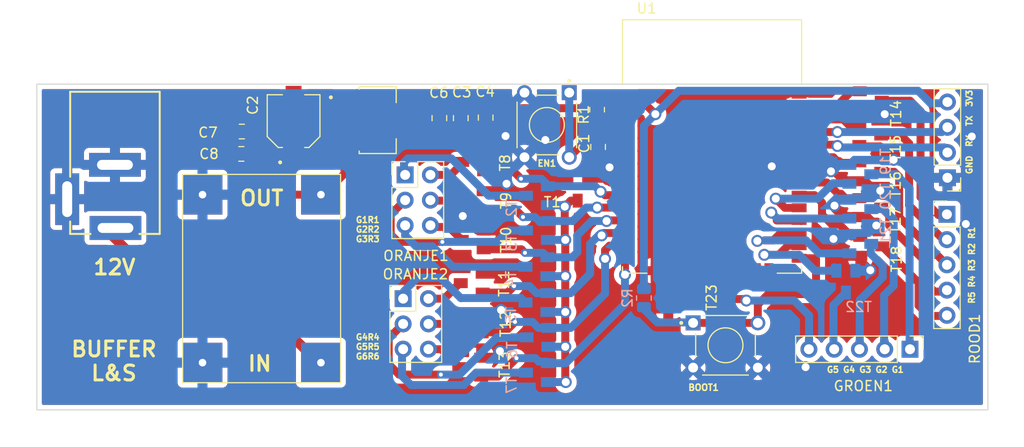
<source format=kicad_pcb>
(kicad_pcb (version 20211014) (generator pcbnew)
  (layers (0 "F.Cu" signal) (31 "B.Cu" signal) (34 "B.Paste" user) (35 "F.Paste" user) (36 "B.SilkS" user "B.Silkscreen") (37 "F.SilkS" user "F.Silkscreen") (38 "B.Mask" user) (39 "F.Mask" user) (44 "Edge.Cuts" user))
  (net 0 "")
  (net 1 "GND")
  (net 2 "r1")
  (net 3 "r2")
  (net 4 "r3")
  (net 5 "r4")
  (net 6 "r5")
  (net 7 "o1g")
  (net 8 "o1r")
  (net 9 "o2g")
  (net 10 "o2r")
  (net 11 "o3g")
  (net 12 "o3r")
  (net 13 "g1")
  (net 14 "g2")
  (net 15 "g3")
  (net 16 "g4")
  (net 17 "Net-(T1-Pad3)")
  (net 18 "Net-(T1-Pad1)")
  (net 19 "Net-(T2-Pad1)")
  (net 20 "Net-(T3-Pad1)")
  (net 21 "Net-(T10-Pad1)")
  (net 22 "Net-(T11-Pad1)")
  (net 23 "Net-(T12-Pad1)")
  (net 24 "Net-(T13-Pad1)")
  (net 25 "Net-(T14-Pad1)")
  (net 26 "Net-(T15-Pad1)")
  (net 27 "Net-(T16-Pad1)")
  (net 28 "Net-(T17-Pad1)")
  (net 29 "Net-(T18-Pad1)")
  (net 30 "Net-(T19-Pad1)")
  (net 31 "Net-(T20-Pad1)")
  (net 32 "Net-(T21-Pad1)")
  (net 33 "Net-(T22-Pad1)")
  (net 34 "Net-(T23-Pad1)")
  (net 48 "+3V3")
  (net 49 "Net-(J1-Pad2)")
  (net 50 "Net-(J1-Pad3)")
  (net 51 "Net-(C7-Pad2)")
  (net 52 "Net-(J2-Pad1)")
  (net 53 "o4g")
  (net 54 "o5g")
  (net 55 "o6g")
  (net 56 "o4r")
  (net 57 "o5r")
  (net 58 "o6r")
  (net 59 "g5")
  (net 60 "Net-(C1-Pad2)")
  (net 61 "Net-(R2-Pad2)")
  (footprint "libraries:CAP_EEE0JA101WR" (layer "F.Cu") (at 114.1 66.7 90)
    (fp_text reference "C2")
    (fp_text value "220u")
  )
  (footprint "libraries:SOT23" (layer "F.Cu") (at 172.05 71.8 -90)
    (fp_text reference "T16")
    (fp_text value "r3")
  )
  (footprint "libraries:GCT_DCJ200-10-A-XX-X_REVA" (layer "F.Cu") (at 96.15 70.9 180)
    (fp_text reference "J2")
    (fp_text value "DCJ200-10-A-XX-X_REVA" hide)
  )
  (footprint "Resistor_SMD:R_0805_2012Metric" (layer "F.Cu") (at 144.6 65.55 -90)
    (fp_text reference "R1")
    (fp_text value "10k")
  )
  (footprint "Connector_PinHeader_2.54mm:PinHeader_1x05_P2.54mm_Vertical" (layer "F.Cu") (at 176.04 89.65 -90)
    (fp_text reference "GROEN1")
    (fp_text value "Groen")
  )
  (footprint "Connector_PinHeader_2.54mm:PinHeader_1x05_P2.54mm_Vertical" (layer "F.Cu") (at 179.75 76.08)
    (fp_text reference "ROOD1")
    (fp_text value "Rood")
  )
  (footprint "libraries:SW_1825910-6-4" (layer "F.Cu") (at 157.5 89.25)
    (fp_text reference "BOOT1")
    (fp_text value "BOOT")
  )
  (footprint "Capacitor_SMD:C_0805_2012Metric" (layer "F.Cu") (at 128.75 66.4 -90)
    (fp_text reference "C6")
    (fp_text value "4.7u")
  )
  (footprint "libraries:SOT23" (layer "F.Cu") (at 132.1 78.65 90)
    (fp_text reference "T10")
    (fp_text value "o3r")
  )
  (footprint "libraries:SOT23" (layer "F.Cu") (at 172.1 64.65 -90)
    (fp_text reference "T14")
    (fp_text value "r1")
  )
  (footprint "libraries:SOT23" (layer "F.Cu") (at 132.15 70.8 90)
    (fp_text reference "T8")
    (fp_text value "o1r")
  )
  (footprint "libraries:SOT23" (layer "F.Cu") (at 142.65 73.6 180)
    (fp_text reference "T1")
    (fp_text value "signaal oranje")
  )
  (footprint "Capacitor_SMD:C_0805_2012Metric" (layer "F.Cu") (at 108.85 70)
    (fp_text reference "C7")
    (fp_text value "0.1u")
  )
  (footprint "libraries:Buck Converter" (layer "F.Cu") (at 110.914 82.449 -90)
    (fp_text reference "PS1" hide)
    (fp_text value "ITX0512SA" hide)
  )
  (footprint "libraries:XCVR_ESP32-WROOM-32E_(16MB)" (layer "F.Cu") (at 156.15 69.25)
    (fp_text reference "U1")
    (fp_text value "ESP32-WROOM-32E_(16MB)")
  )
  (footprint "libraries:SOT23" (layer "F.Cu") (at 152.85 84.6 -90)
    (fp_text reference "T23")
    (fp_text value "g5")
  )
  (footprint "Capacitor_SMD:C_0805_2012Metric" (layer "F.Cu") (at 130.9 66.4 -90)
    (fp_text reference "C3")
    (fp_text value "22u")
  )
  (footprint "libraries:SOT23" (layer "F.Cu") (at 131.85 91.45 90)
    (fp_text reference "T13")
    (fp_text value "06r")
  )
  (footprint "Capacitor_SMD:C_0805_2012Metric" (layer "F.Cu") (at 144.7 69.3 90)
    (fp_text reference "C1")
    (fp_text value "1u")
  )
  (footprint "Capacitor_SMD:C_0805_2012Metric" (layer "F.Cu") (at 133.4 66.35 -90)
    (fp_text reference "C4")
    (fp_text value "0.1u")
  )
  (footprint "Connector_PinHeader_2.54mm:PinHeader_1x04_P2.54mm_Vertical" (layer "F.Cu") (at 179.8 72.4 180)
    (fp_text reference "J1")
    (fp_text value "Conn_01x04_Female")
  )
  (footprint "libraries:SOT23" (layer "F.Cu") (at 172.05 68.15 -90)
    (fp_text reference "T15")
    (fp_text value "r2")
  )
  (footprint "libraries:SW_1825910-6-4" (layer "F.Cu") (at 139.55 67.085 -90)
    (fp_text reference "EN1")
    (fp_text value "ENABLE")
  )
  (footprint "libraries:SOT23" (layer "F.Cu") (at 132 83 90)
    (fp_text reference "T11")
    (fp_text value "o4r")
  )
  (footprint "libraries:SOT229P700X180-4N" (layer "F.Cu") (at 122.55 66.6)
    (fp_text reference "U2")
    (fp_text value "AMS1117")
  )
  (footprint "libraries:SOT23" (layer "F.Cu") (at 172.15 79.3 -90)
    (fp_text reference "T18")
    (fp_text value "r5")
  )
  (footprint "Connector_PinHeader_2.54mm:PinHeader_2x03_P2.54mm_Vertical" (layer "F.Cu") (at 125.11 84.56)
    (fp_text reference "ORANJE2")
    (fp_text value "Oranje2")
  )
  (footprint "libraries:SOT23" (layer "F.Cu") (at 132.1 74.7 90)
    (fp_text reference "T9")
    (fp_text value "o2r")
  )
  (footprint "libraries:SOT23" (layer "F.Cu") (at 131.9 87.1 90)
    (fp_text reference "T12")
    (fp_text value "o5r")
  )
  (footprint "Connector_PinHeader_2.54mm:PinHeader_2x03_P2.54mm_Vertical" (layer "F.Cu") (at 125.31 72.11)
    (fp_text reference "ORANJE1")
    (fp_text value "Oranje1")
  )
  (footprint "Capacitor_SMD:C_0805_2012Metric" (layer "F.Cu") (at 108.9 67.75 180)
    (fp_text reference "C8")
    (fp_text value "4.7u")
  )
  (footprint "libraries:SOT23" (layer "F.Cu") (at 172.05 75.4 -90)
    (fp_text reference "T17")
    (fp_text value "r4")
  )
  (footprint "libraries:SOT23" (layer "B.Cu") (at 171.05 75.55 90)
    (fp_text reference "T20")
    (fp_text value "g2")
  )
  (footprint "libraries:SOT23" (layer "B.Cu") (at 138.5 81.35 -90)
    (fp_text reference "T4")
    (fp_text value "o3g")
  )
  (footprint "libraries:SOT23" (layer "B.Cu") (at 171.05 72.05 90)
    (fp_text reference "T19")
    (fp_text value "g1")
  )
  (footprint "libraries:SOT23" (layer "B.Cu") (at 171.05 79.05 90)
    (fp_text reference "T21")
    (fp_text value "g3")
  )
  (footprint "libraries:SOT23" (layer "B.Cu") (at 138.55 74.2 -90)
    (fp_text reference "T2")
    (fp_text value "o1g")
  )
  (footprint "libraries:SOT23" (layer "B.Cu") (at 138.55 77.7 -90)
    (fp_text reference "T3")
    (fp_text value "o2g")
  )
  (footprint "libraries:SOT23" (layer "B.Cu") (at 138.5 84.95 -90)
    (fp_text reference "T5")
    (fp_text value "o4g")
  )
  (footprint "libraries:SOT23" (layer "B.Cu") (at 138.6 88.45 -90)
    (fp_text reference "T6")
    (fp_text value "o5g")
  )
  (footprint "libraries:SOT23" (layer "B.Cu") (at 138.55 92 -90)
    (fp_text reference "T7")
    (fp_text value "06g")
  )
  (footprint "Resistor_SMD:R_0805_2012Metric" (layer "B.Cu") (at 149.3 84.5 -90)
    (fp_text reference "R2")
    (fp_text value "10k")
  )
  (footprint "libraries:SOT23" (layer "B.Cu") (at 169.6 82.85)
    (fp_text reference "T22")
    (fp_text value "g4")
  )
  (gr_rect (start 88.3 62.98) (end 183.87 95.75) (layer "Edge.Cuts") (width 0.1) (fill none))
  (gr_text "12V" (at 96.1 81.4) (layer "F.SilkS") (effects (font (size 1.5 1.5) (thickness 0.3))))
  (gr_text "G1R1\nG2R2\nG3R3" (at 121.55 77.6) (layer "F.SilkS") (effects (font (size 0.6 0.6))))
  (gr_text "R5 R4 R3 R2 R1" (at 182.25 81.2 90) (layer "F.SilkS") (effects (font (size 0.6 0.6))))
  (gr_text "IN" (at 110.7 91.1) (layer "F.SilkS") (effects (font (size 1.5 1.5) (thickness 0.3))))
  (gr_text "G4R4\nG5R5\nG6R6" (at 121.55 89.4) (layer "F.SilkS") (effects (font (size 0.6 0.6))))
  (gr_text "GND  RX  TX  3V3" (at 182 67.8 90) (layer "F.SilkS") (effects (font (size 0.6 0.6))))
  (gr_text "G5 G4 G3 G2 G1" (at 171.55 91.7) (layer "F.SilkS") (effects (font (size 0.6 0.6))))
  (gr_text "OUT\n" (at 110.9 74.45) (layer "F.SilkS") (effects (font (size 1.5 1.5) (thickness 0.3))))
  (gr_text "BUFFER\nL&S" (at 96.05 90.85) (layer "F.SilkS") (effects (font (size 1.5 1.5) (thickness 0.3))))
  (segment (start 171.6 72.75) (end 172.55 73.7) (width 0.8) (layer "F.Cu") (net 1))
  (segment (start 170.95 72.75) (end 171.6 72.75) (width 0.8) (layer "F.Cu") (net 1))
  (segment (start 170.95 76.35) (end 171.8 76.35) (width 0.8) (layer "F.Cu") (net 1))
  (segment (start 171.05 80.7) (end 172.05 81.7) (width 0.8) (layer "F.Cu") (net 1))
  (segment (start 171.05 80.25) (end 170.05 80.25) (width 0.8) (layer "F.Cu") (net 1))
  (segment (start 170.95 69.1) (end 171.099511 69.249511) (width 0.8) (layer "F.Cu") (net 1))
  (segment (start 133.2 77.7) (end 132.55 77.7) (width 0.8) (layer "F.Cu") (net 1))
  (segment (start 170.05 80.25) (end 168.35 78.55) (width 0.8) (layer "F.Cu") (net 1))
  (segment (start 171 65.6) (end 171.4 66) (width 0.8) (layer "F.Cu") (net 1))
  (segment (start 171.8 76.35) (end 172.65 77.2) (width 0.8) (layer "F.Cu") (net 1))
  (segment (start 132.55 77.7) (end 131.1 76.25) (width 0.8) (layer "F.Cu") (net 1))
  (segment (start 171.099511 69.249511) (end 173.04718 69.249511) (width 0.8) (layer "F.Cu") (net 1))
  (segment (start 172.55 73.7) (end 173.05 73.7) (width 0.8) (layer "F.Cu") (net 1))
  (segment (start 173.04718 69.249511) (end 174.393729 70.59606) (width 0.8) (layer "F.Cu") (net 1))
  (segment (start 171.4 66) (end 173.5 66) (width 0.8) (layer "F.Cu") (net 1))
  (segment (start 171.05 80.25) (end 171.05 80.7) (width 0.8) (layer "F.Cu") (net 1))
  (via (at 145.85 71.35) (size 1.2) (drill 0.8) (layers "F.Cu" "B.Cu") (net 1))
  (via (at 139.4 68.6) (size 1.2) (drill 0.8) (layers "F.Cu" "B.Cu") (net 1))
  (via (at 174.393729 70.59606) (size 1.2) (drill 0.8) (layers "F.Cu" "B.Cu") (net 1))
  (via (at 182.25 68.25) (size 1.2) (drill 0.8) (layers "F.Cu" "B.Cu") (net 1))
  (via (at 173.05 73.7) (size 1.2) (drill 0.8) (layers "F.Cu" "B.Cu") (net 1))
  (via (at 135.4 68.2) (size 1.2) (drill 0.8) (layers "F.Cu" "B.Cu") (net 1))
  (via (at 135.5 73) (size 1.2) (drill 0.8) (layers "F.Cu" "B.Cu") (net 1))
  (via (at 131.1 76.25) (size 1.2) (drill 0.8) (layers "F.Cu" "B.Cu") (net 1))
  (via (at 168.1 71.75) (size 1.2) (drill 0.8) (layers "F.Cu" "B.Cu") (net 1))
  (via (at 172.05 81.7) (size 1.2) (drill 0.8) (layers "F.Cu" "B.Cu") (net 1))
  (via (at 134.95 85.7) (size 1.2) (drill 0.8) (layers "F.Cu" "B.Cu") (net 1))
  (via (at 162.15 71.25) (size 1.2) (drill 0.8) (layers "F.Cu" "B.Cu") (net 1))
  (via (at 134.835107 89.840409) (size 1.2) (drill 0.8) (layers "F.Cu" "B.Cu") (net 1))
  (via (at 173.5 66) (size 1.2) (drill 0.8) (layers "F.Cu" "B.Cu") (net 1))
  (via (at 181.65 77.05) (size 1.2) (drill 0.8) (layers "F.Cu" "B.Cu") (net 1))
  (via (at 172.65 77.2) (size 1.2) (drill 0.8) (layers "F.Cu" "B.Cu") (net 1))
  (via (at 168.45 75.2) (size 1.2) (drill 0.8) (layers "F.Cu" "B.Cu") (net 1))
  (via (at 165.55 91.45) (size 1.2) (drill 0.8) (layers "F.Cu" "B.Cu") (net 1))
  (via (at 168.35 78.55) (size 1.2) (drill 0.8) (layers "F.Cu" "B.Cu") (net 1))
  (segment (start 171.899511 77.950489) (end 172.65 77.2) (width 0.8) (layer "B.Cu") (net 1))
  (segment (start 170.45394 70.59606) (end 174.393729 70.59606) (width 0.8) (layer "B.Cu") (net 1))
  (segment (start 168.35 78.55) (end 169.35 78.55) (width 0.8) (layer "B.Cu") (net 1))
  (segment (start 169.95 78.1) (end 170.099511 77.950489) (width 0.8) (layer "B.Cu") (net 1))
  (segment (start 170.55 81.75) (end 172 81.75) (width 0.8) (layer "B.Cu") (net 1))
  (segment (start 170.099511 74.450489) (end 172.299511 74.450489) (width 0.8) (layer "B.Cu") (net 1))
  (segment (start 169.95 74.6) (end 170.099511 74.450489) (width 0.8) (layer "B.Cu") (net 1))
  (segment (start 169.05 71) (end 170 71) (width 0.8) (layer "B.Cu") (net 1))
  (segment (start 168.3 71.75) (end 169.05 71) (width 0.8) (layer "B.Cu") (net 1))
  (segment (start 169.35 78.55) (end 169.9 78) (width 0.8) (layer "B.Cu") (net 1))
  (segment (start 170.099511 77.950489) (end 171.899511 77.950489) (width 0.8) (layer "B.Cu") (net 1))
  (segment (start 172.299511 74.450489) (end 173.05 73.7) (width 0.8) (layer "B.Cu") (net 1))
  (segment (start 172 81.75) (end 172.05 81.7) (width 0.8) (layer "B.Cu") (net 1))
  (segment (start 169.95 71.1) (end 170.45394 70.59606) (width 0.8) (layer "B.Cu") (net 1))
  (segment (start 177.1 65.699103) (end 177.1 74.35) (width 0.8) (layer "F.Cu") (net 2))
  (segment (start 176.050897 64.65) (end 177.1 65.699103) (width 0.8) (layer "F.Cu") (net 2))
  (segment (start 177.1 74.35) (end 178.9 76.15) (width 0.8) (layer "F.Cu") (net 2))
  (segment (start 178.9 76.15) (end 179.7 76.15) (width 0.8) (layer "F.Cu") (net 2))
  (segment (start 173.2 64.65) (end 176.050897 64.65) (width 0.8) (layer "F.Cu") (net 2))
  (segment (start 175.95 75.179022) (end 175.95 68.95) (width 0.8) (layer "F.Cu") (net 3))
  (segment (start 175.15 68.15) (end 173.15 68.15) (width 0.8) (layer "F.Cu") (net 3))
  (segment (start 179.390978 78.62) (end 175.95 75.179022) (width 0.8) (layer "F.Cu") (net 3))
  (segment (start 175.95 68.95) (end 175.15 68.15) (width 0.8) (layer "F.Cu") (net 3))
  (segment (start 179.75 78.62) (end 179.390978 78.62) (width 0.8) (layer "F.Cu") (net 3))
  (segment (start 173.15 71.8) (end 174.45 71.8) (width 0.8) (layer "F.Cu") (net 4))
  (segment (start 174.45 71.8) (end 174.95048 72.30048) (width 0.8) (layer "F.Cu") (net 4))
  (segment (start 174.95048 75.34952) (end 174.95 75.35) (width 0.8) (layer "F.Cu") (net 4))
  (segment (start 179.75 81.16) (end 174.95 76.36) (width 0.8) (layer "F.Cu") (net 4))
  (segment (start 174.95 76.36) (end 174.95 75.35) (width 0.8) (layer "F.Cu") (net 4))
  (segment (start 174.95048 72.30048) (end 174.95048 75.34952) (width 0.8) (layer "F.Cu") (net 4))
  (segment (start 177.9 83.25) (end 178.5 83.85) (width 0.8) (layer "F.Cu") (net 5))
  (segment (start 179.65 83.85) (end 179.75 83.75) (width 0.8) (layer "F.Cu") (net 5))
  (segment (start 178.5 83.85) (end 179.65 83.85) (width 0.8) (layer "F.Cu") (net 5))
  (segment (start 173.95 77.2) (end 177.9 81.15) (width 0.8) (layer "F.Cu") (net 5))
  (segment (start 173.15 75.4) (end 173.95 76.2) (width 0.8) (layer "F.Cu") (net 5))
  (segment (start 177.9 81.15) (end 177.9 83.25) (width 0.8) (layer "F.Cu") (net 5))
  (segment (start 173.95 76.2) (end 173.95 77.2) (width 0.8) (layer "F.Cu") (net 5))
  (segment (start 173.15 75.4) (end 173.25 75.4) (width 0.8) (layer "F.Cu") (net 5))
  (segment (start 173.25 79.3) (end 176.9 82.95) (width 0.8) (layer "F.Cu") (net 6))
  (segment (start 176.9 82.95) (end 176.9 85.25) (width 0.8) (layer "F.Cu") (net 6))
  (segment (start 177.95 86.3) (end 179.7 86.3) (width 0.8) (layer "F.Cu") (net 6))
  (segment (start 176.9 85.25) (end 177.95 86.3) (width 0.8) (layer "F.Cu") (net 6))
  (segment (start 125.6 70.45) (end 125.2 70.85) (width 0.8) (layer "B.Cu") (net 7))
  (segment (start 125.2 70.85) (end 125.2 72.2) (width 0.8) (layer "B.Cu") (net 7))
  (segment (start 133.7 74.2) (end 129.95 70.45) (width 0.8) (layer "B.Cu") (net 7))
  (segment (start 137.45 74.2) (end 133.7 74.2) (width 0.8) (layer "B.Cu") (net 7))
  (segment (start 129.95 70.45) (end 125.6 70.45) (width 0.8) (layer "B.Cu") (net 7))
  (segment (start 127.85 72.11) (end 129.89 72.11) (width 0.8) (layer "F.Cu") (net 8))
  (segment (start 129.89 72.11) (end 131.1 70.9) (width 0.8) (layer "F.Cu") (net 8))
  (segment (start 125.31 74.65) (end 123.860489 76.099511) (width 0.8) (layer "F.Cu") (net 9))
  (segment (start 123.860489 78.110489) (end 124.6 78.85) (width 0.8) (layer "F.Cu") (net 9))
  (segment (start 124.6 78.85) (end 129.05 78.85) (width 0.8) (layer "F.Cu") (net 9))
  (segment (start 123.860489 76.099511) (end 123.860489 78.110489) (width 0.8) (layer "F.Cu") (net 9))
  (via (at 129.05 78.85) (size 0.8) (drill 0.4) (layers "F.Cu" "B.Cu") (net 9))
  (segment (start 135.7 77.7) (end 134.55 78.85) (width 0.8) (layer "B.Cu") (net 9))
  (segment (start 137.45 77.7) (end 135.7 77.7) (width 0.8) (layer "B.Cu") (net 9))
  (segment (start 134.55 78.85) (end 129.05 78.85) (width 0.8) (layer "B.Cu") (net 9))
  (segment (start 130.95 74.7) (end 127.65 74.7) (width 0.8) (layer "F.Cu") (net 10))
  (segment (start 127.65 74.7) (end 127.65 74.65) (width 0.8) (layer "F.Cu") (net 10))
  (segment (start 125.31 78.21) (end 126.4 79.3) (width 0.8) (layer "B.Cu") (net 11))
  (segment (start 125.31 77.19) (end 125.31 78.21) (width 0.8) (layer "B.Cu") (net 11))
  (segment (start 128.05 79.3) (end 130.1 81.35) (width 0.8) (layer "B.Cu") (net 11))
  (segment (start 130.1 81.35) (end 137.4 81.35) (width 0.8) (layer "B.Cu") (net 11))
  (segment (start 126.4 79.3) (end 128.05 79.3) (width 0.8) (layer "B.Cu") (net 11))
  (segment (start 131 78.65) (end 129.7 77.35) (width 0.8) (layer "F.Cu") (net 12))
  (segment (start 127.95 77.35) (end 127.9 77.4) (width 0.8) (layer "F.Cu") (net 12))
  (segment (start 129.7 77.35) (end 127.95 77.35) (width 0.8) (layer "F.Cu") (net 12))
  (segment (start 176 89.65) (end 176.05 89.7) (width 0.8) (layer "B.Cu") (net 13))
  (segment (start 176.04 88.89) (end 176 88.85) (width 0.8) (layer "B.Cu") (net 13))
  (segment (start 176.04 89.65) (end 176.04 88.89) (width 0.8) (layer "B.Cu") (net 13))
  (segment (start 176 73.45) (end 176 88.85) (width 0.8) (layer "B.Cu") (net 13))
  (segment (start 172.15 72.05) (end 174.6 72.05) (width 0.8) (layer "B.Cu") (net 13))
  (segment (start 176 88.85) (end 176 89.65) (width 0.8) (layer "B.Cu") (net 13))
  (segment (start 174.6 72.05) (end 176 73.45) (width 0.8) (layer "B.Cu") (net 13))
  (segment (start 173.44 88.79) (end 173.44 89.56) (width 0.8) (layer "B.Cu") (net 14))
  (segment (start 173.35 75.55) (end 172.15 75.55) (width 0.8) (layer "B.Cu") (net 14))
  (segment (start 173.5 89.65) (end 173.5 88.85) (width 0.8) (layer "B.Cu") (net 14))
  (segment (start 174.4 83.25) (end 174.4 76.6) (width 0.8) (layer "B.Cu") (net 14))
  (segment (start 173.44 84.21) (end 173.44 88.79) (width 0.8) (layer "B.Cu") (net 14))
  (segment (start 174.4 76.6) (end 173.35 75.55) (width 0.8) (layer "B.Cu") (net 14))
  (segment (start 173.44 84.21) (end 174.4 83.25) (width 0.8) (layer "B.Cu") (net 14))
  (segment (start 173.5 88.85) (end 173.44 88.79) (width 0.8) (layer "B.Cu") (net 14))
  (segment (start 173.44 89.56) (end 173.4 89.6) (width 0.8) (layer "B.Cu") (net 14))
  (segment (start 172.1 80.05) (end 173.3 81.25) (width 0.8) (layer "B.Cu") (net 15))
  (segment (start 170.99 84.71) (end 170.99 88.86) (width 0.8) (layer "B.Cu") (net 15))
  (segment (start 170.99 89.56) (end 170.85 89.7) (width 0.8) (layer "B.Cu") (net 15))
  (segment (start 170.99 88.86) (end 170.99 89.56) (width 0.8) (layer "B.Cu") (net 15))
  (segment (start 170.96 89.65) (end 170.96 88.89) (width 0.8) (layer "B.Cu") (net 15))
  (segment (start 172.1 79.1) (end 172.1 80.05) (width 0.8) (layer "B.Cu") (net 15))
  (segment (start 173.3 82.4) (end 170.99 84.71) (width 0.8) (layer "B.Cu") (net 15))
  (segment (start 170.96 88.89) (end 170.99 88.86) (width 0.8) (layer "B.Cu") (net 15))
  (segment (start 173.3 81.25) (end 173.3 82.4) (width 0.8) (layer "B.Cu") (net 15))
  (segment (start 169.6 83.95) (end 168.35 85.2) (width 0.8) (layer "B.Cu") (net 16))
  (segment (start 168.35 89.45) (end 168.55 89.65) (width 0.8) (layer "B.Cu") (net 16))
  (segment (start 168.35 85.2) (end 168.35 89.45) (width 0.8) (layer "B.Cu") (net 16))
  (segment (start 141.4 78.65) (end 141.4 82.3) (width 0.8) (layer "F.Cu") (net 17))
  (segment (start 141.4 89.4) (end 141.4 92.95) (width 0.8) (layer "F.Cu") (net 17))
  (segment (start 141.4 82.3) (end 141.4 85.9) (width 0.8) (layer "F.Cu") (net 17))
  (segment (start 141.95 74.7) (end 141.35 75.3) (width 0.8) (layer "F.Cu") (net 17))
  (segment (start 141.35 75.3) (end 141.35 78.6) (width 0.8) (layer "F.Cu") (net 17))
  (segment (start 141.4 85.9) (end 141.4 89.75) (width 0.8) (layer "F.Cu") (net 17))
  (segment (start 142.65 74.7) (end 141.95 74.7) (width 0.8) (layer "F.Cu") (net 17))
  (segment (start 141.35 78.6) (end 141.4 78.65) (width 0.8) (layer "F.Cu") (net 17))
  (via (at 141.4 89.4) (size 1.2) (drill 0.8) (layers "F.Cu" "B.Cu") (net 17))
  (via (at 141.4 82.3) (size 1.2) (drill 0.8) (layers "F.Cu" "B.Cu") (net 17))
  (via (at 141.45 92.95) (size 1.2) (drill 0.8) (layers "F.Cu" "B.Cu") (net 17))
  (via (at 141.4 85.9) (size 1.2) (drill 0.8) (layers "F.Cu" "B.Cu") (net 17))
  (via (at 141.4 78.65) (size 1.2) (drill 0.8) (layers "F.Cu" "B.Cu") (net 17))
  (via (at 141.35 75.3) (size 1.2) (drill 0.8) (layers "F.Cu" "B.Cu") (net 17))
  (segment (start 139.6 82.3) (end 141.4 82.3) (width 0.8) (layer "B.Cu") (net 17))
  (segment (start 141.2 75.15) (end 141.35 75.3) (width 0.8) (layer "B.Cu") (net 17))
  (segment (start 139.65 92.95) (end 141.45 92.95) (width 0.8) (layer "B.Cu") (net 17))
  (segment (start 139.65 75.15) (end 141.2 75.15) (width 0.8) (layer "B.Cu") (net 17))
  (segment (start 139.7 89.4) (end 141.4 89.4) (width 0.8) (layer "B.Cu") (net 17))
  (segment (start 139.6 85.9) (end 141.4 85.9) (width 0.8) (layer "B.Cu") (net 17))
  (segment (start 139.65 78.65) (end 141.4 78.65) (width 0.8) (layer "B.Cu") (net 17))
  (segment (start 147.4 72.88) (end 145.93 72.88) (width 0.8) (layer "F.Cu") (net 18))
  (segment (start 143.6 72.5) (end 145.346366 72.5) (width 0.8) (layer "F.Cu") (net 18))
  (segment (start 145.346366 72.5) (end 145.573183 72.726817) (width 0.8) (layer "F.Cu") (net 18))
  (segment (start 133.4 71.75) (end 136.2 71.75) (width 0.8) (layer "F.Cu") (net 19))
  (segment (start 147.4 74.15) (end 145.4 74.15) (width 0.8) (layer "F.Cu") (net 19))
  (segment (start 145.4 74.15) (end 145.35 74.1) (width 0.8) (layer "F.Cu") (net 19))
  (segment (start 136.2 71.75) (end 136.95 72.5) (width 0.8) (layer "F.Cu") (net 19))
  (via (at 144.95 73.8) (size 1.2) (drill 0.8) (layers "F.Cu" "B.Cu") (net 19))
  (via (at 136.95 72.5) (size 0.8) (drill 0.4) (layers "F.Cu" "B.Cu") (net 19))
  (segment (start 136.95 72.5) (end 139 72.5) (width 0.8) (layer "B.Cu") (net 19))
  (segment (start 144.4 73.25) (end 144.95 73.8) (width 0.8) (layer "B.Cu") (net 19))
  (segment (start 139.65 73.25) (end 144.4 73.25) (width 0.8) (layer "B.Cu") (net 19))
  (segment (start 139 72.5) (end 139.65 73.15) (width 0.8) (layer "B.Cu") (net 19))
  (segment (start 133.15 75.65) (end 136.45 75.65) (width 0.8) (layer "F.Cu") (net 20))
  (segment (start 146.57 75.42) (end 146.55 75.4) (width 0.8) (layer "F.Cu") (net 20))
  (segment (start 146.55 75.4) (end 147.45 75.4) (width 0.8) (layer "F.Cu") (net 20))
  (segment (start 136.45 75.65) (end 137.15 76.35) (width 0.8) (layer "F.Cu") (net 20))
  (segment (start 147.4 75.42) (end 146.57 75.42) (width 0.8) (layer "F.Cu") (net 20))
  (segment (start 146.55 75.4) (end 144.6 75.4) (width 0.8) (layer "F.Cu") (net 20))
  (via (at 137.15 76.35) (size 0.8) (drill 0.4) (layers "F.Cu" "B.Cu") (net 20))
  (via (at 144.6 75.4) (size 1.2) (drill 0.8) (layers "F.Cu" "B.Cu") (net 20))
  (segment (start 142.15 76.75) (end 143.5 75.4) (width 0.8) (layer "B.Cu") (net 20))
  (segment (start 138.85 76.85) (end 139.6 76.85) (width 0.8) (layer "B.Cu") (net 20))
  (segment (start 139.65 76.75) (end 142.15 76.75) (width 0.8) (layer "B.Cu") (net 20))
  (segment (start 138.35 76.35) (end 138.85 76.85) (width 0.8) (layer "B.Cu") (net 20))
  (segment (start 143.5 75.4) (end 144.6 75.4) (width 0.8) (layer "B.Cu") (net 20))
  (segment (start 137.15 76.35) (end 138.35 76.35) (width 0.8) (layer "B.Cu") (net 20))
  (segment (start 137 79.6) (end 137.35 79.95) (width 0.8) (layer "F.Cu") (net 21))
  (segment (start 147.4 76.69) (end 145.61 76.69) (width 0.8) (layer "F.Cu") (net 21))
  (segment (start 133.2 79.6) (end 137 79.6) (width 0.8) (layer "F.Cu") (net 21))
  (segment (start 145.61 76.69) (end 145.55 76.75) (width 0.8) (layer "F.Cu") (net 21))
  (via (at 137.35 79.95) (size 0.8) (drill 0.4) (layers "F.Cu" "B.Cu") (net 21))
  (via (at 145.55 76.75) (size 1.2) (drill 0.8) (layers "F.Cu" "B.Cu") (net 21))
  (segment (start 144.05 76.75) (end 145.55 76.75) (width 0.8) (layer "B.Cu") (net 21))
  (segment (start 144.05 76.75) (end 142.599511 78.200489) (width 0.8) (layer "B.Cu") (net 21))
  (segment (start 139.15 79.95) (end 137.35 79.95) (width 0.8) (layer "B.Cu") (net 21))
  (segment (start 142.599511 79.900489) (end 142.1 80.4) (width 0.8) (layer "B.Cu") (net 21))
  (segment (start 139.6 80.4) (end 139.15 79.95) (width 0.8) (layer "B.Cu") (net 21))
  (segment (start 139.6 80.4) (end 142.1 80.4) (width 0.8) (layer "B.Cu") (net 21))
  (segment (start 142.599511 78.200489) (end 142.599511 79.900489) (width 0.8) (layer "B.Cu") (net 21))
  (segment (start 147.4 77.96) (end 145.29 77.96) (width 0.8) (layer "F.Cu") (net 22))
  (segment (start 133 83.95) (end 135.6 83.95) (width 0.8) (layer "F.Cu") (net 22))
  (segment (start 135.6 83.95) (end 136.25 83.3) (width 0.8) (layer "F.Cu") (net 22))
  (segment (start 145.29 77.96) (end 145.05 78.2) (width 0.8) (layer "F.Cu") (net 22))
  (via (at 145.05 78.2) (size 1.2) (drill 0.8) (layers "F.Cu" "B.Cu") (net 22))
  (via (at 136.25 83.3) (size 0.8) (drill 0.4) (layers "F.Cu" "B.Cu") (net 22))
  (segment (start 137.8 83.3) (end 136.25 83.3) (width 0.8) (layer "B.Cu") (net 22))
  (segment (start 139.6 84) (end 141.95 84) (width 0.8) (layer "B.Cu") (net 22))
  (segment (start 138.5 84) (end 137.8 83.3) (width 0.8) (layer "B.Cu") (net 22))
  (segment (start 139.6 84) (end 138.5 84) (width 0.8) (layer "B.Cu") (net 22))
  (segment (start 143.9 79.05) (end 144.75 78.2) (width 0.8) (layer "B.Cu") (net 22))
  (segment (start 141.95 84) (end 143.9 82.05) (width 0.8) (layer "B.Cu") (net 22))
  (segment (start 143.9 82.05) (end 143.9 79.05) (width 0.8) (layer "B.Cu") (net 22))
  (segment (start 144.75 78.2) (end 145.05 78.2) (width 0.8) (layer "B.Cu") (net 22))
  (segment (start 147.4 79.23) (end 145.85 79.23) (width 0.8) (layer "F.Cu") (net 23))
  (segment (start 145.4 79.68) (end 145.4 80.55) (width 0.8) (layer "F.Cu") (net 23))
  (segment (start 136.35 86.9) (end 135.3 87.95) (width 0.8) (layer "F.Cu") (net 23))
  (segment (start 145.85 79.23) (end 145.4 79.68) (width 0.8) (layer "F.Cu") (net 23))
  (segment (start 135.3 87.95) (end 133.05 87.95) (width 0.8) (layer "F.Cu") (net 23))
  (via (at 145.4 80.55) (size 1.2) (drill 0.8) (layers "F.Cu" "B.Cu") (net 23))
  (via (at 136.35 86.9) (size 0.8) (drill 0.4) (layers "F.Cu" "B.Cu") (net 23))
  (segment (start 138.7 87.5) (end 138.1 86.9) (width 0.8) (layer "B.Cu") (net 23))
  (segment (start 145.4 84.05) (end 145.4 80.55) (width 0.8) (layer "B.Cu") (net 23))
  (segment (start 141.95 87.5) (end 145.4 84.05) (width 0.8) (layer "B.Cu") (net 23))
  (segment (start 139.7 87.5) (end 138.7 87.5) (width 0.8) (layer "B.Cu") (net 23))
  (segment (start 138.1 86.9) (end 136.35 86.9) (width 0.8) (layer "B.Cu") (net 23))
  (segment (start 139.7 87.5) (end 141.95 87.5) (width 0.8) (layer "B.Cu") (net 23))
  (segment (start 147.4 80.5) (end 147.4 82.15) (width 0.8) (layer "F.Cu") (net 24))
  (segment (start 132.95 92.4) (end 134.65 92.4) (width 0.8) (layer "F.Cu") (net 24))
  (segment (start 134.65 92.4) (end 136.5 90.55) (width 0.8) (layer "F.Cu") (net 24))
  (via (at 147.4 82.15) (size 1.2) (drill 0.8) (layers "F.Cu" "B.Cu") (net 24))
  (via (at 136.5 90.55) (size 0.8) (drill 0.4) (layers "F.Cu" "B.Cu") (net 24))
  (segment (start 139.500489 90.900489) (end 138.750489 90.900489) (width 0.8) (layer "B.Cu") (net 24))
  (segment (start 138.4 90.55) (end 136.5 90.55) (width 0.8) (layer "B.Cu") (net 24))
  (segment (start 139.65 91.05) (end 141.446366 91.05) (width 0.8) (layer "B.Cu") (net 24))
  (segment (start 139.65 91.05) (end 139.500489 90.900489) (width 0.8) (layer "B.Cu") (net 24))
  (segment (start 147.4 85.096366) (end 147.4 82.15) (width 0.8) (layer "B.Cu") (net 24))
  (segment (start 138.750489 90.900489) (end 138.4 90.55) (width 0.8) (layer "B.Cu") (net 24))
  (segment (start 141.446366 91.05) (end 147.4 85.096366) (width 0.8) (layer "B.Cu") (net 24))
  (segment (start 170.15 63.7) (end 171 63.7) (width 0.8) (layer "F.Cu") (net 25))
  (segment (start 164.9 65.26) (end 168.59 65.26) (width 0.8) (layer "F.Cu") (net 25))
  (segment (start 168.59 65.26) (end 170.15 63.7) (width 0.8) (layer "F.Cu") (net 25))
  (segment (start 169.33 66.53) (end 170 67.2) (width 0.8) (layer "F.Cu") (net 26))
  (segment (start 164.9 66.53) (end 169.33 66.53) (width 0.8) (layer "F.Cu") (net 26))
  (segment (start 170 67.2) (end 170.95 67.2) (width 0.8) (layer "F.Cu") (net 26))
  (segment (start 168.34 70.34) (end 168.726817 70.726817) (width 0.8) (layer "F.Cu") (net 27))
  (segment (start 168.726817 70.726817) (end 168.926817 70.726817) (width 0.8) (layer "F.Cu") (net 27))
  (segment (start 164.9 70.34) (end 168.34 70.34) (width 0.8) (layer "F.Cu") (net 27))
  (segment (start 169.1 70.9) (end 170.4 70.9) (width 0.8) (layer "F.Cu") (net 27))
  (segment (start 168.926817 70.726817) (end 169.1 70.9) (width 0.8) (layer "F.Cu") (net 27))
  (segment (start 168.800489 74.000489) (end 169.093045 74.000489) (width 0.8) (layer "F.Cu") (net 28))
  (segment (start 164.9 72.88) (end 167.68 72.88) (width 0.8) (layer "F.Cu") (net 28))
  (segment (start 169.546278 74.453722) (end 170.846278 74.453722) (width 0.8) (layer "F.Cu") (net 28))
  (segment (start 170.846278 74.453722) (end 170.9 74.4) (width 0.8) (layer "F.Cu") (net 28))
  (segment (start 167.68 72.88) (end 168.800489 74.000489) (width 0.8) (layer "F.Cu") (net 28))
  (segment (start 169.093045 74.000489) (end 169.546278 74.453722) (width 0.8) (layer "F.Cu") (net 28))
  (segment (start 168.95 77.1) (end 170.15 78.3) (width 0.8) (layer "F.Cu") (net 29))
  (segment (start 167.2 76.1) (end 168.2 77.1) (width 0.8) (layer "F.Cu") (net 29))
  (segment (start 167.2 74.9) (end 167.2 76.1) (width 0.8) (layer "F.Cu") (net 29))
  (segment (start 166.45 74.15) (end 167.2 74.9) (width 0.8) (layer "F.Cu") (net 29))
  (segment (start 164.9 74.15) (end 166.45 74.15) (width 0.8) (layer "F.Cu") (net 29))
  (segment (start 168.2 77.1) (end 168.95 77.1) (width 0.8) (layer "F.Cu") (net 29))
  (segment (start 170.15 78.3) (end 171.1 78.3) (width 0.8) (layer "F.Cu") (net 29))
  (segment (start 163.47 75.42) (end 162.55 74.5) (width 0.8) (layer "F.Cu") (net 30))
  (segment (start 164.9 75.42) (end 163.47 75.42) (width 0.8) (layer "F.Cu") (net 30))
  (via (at 162.55 74.5) (size 1.2) (drill 0.8) (layers "F.Cu" "B.Cu") (net 30))
  (segment (start 168.3 72.95) (end 170 72.95) (width 0.8) (layer "B.Cu") (net 30))
  (segment (start 166.75 74.5) (end 168.3 72.95) (width 0.8) (layer "B.Cu") (net 30))
  (segment (start 162.55 74.5) (end 162.55 74.653634) (width 0.8) (layer "B.Cu") (net 30))
  (segment (start 162.55 74.5) (end 166.75 74.5) (width 0.8) (layer "B.Cu") (net 30))
  (segment (start 165.05 76.7) (end 165.1 76.75) (width 0.8) (layer "F.Cu") (net 31))
  (segment (start 162.65 76.7) (end 165.05 76.7) (width 0.8) (layer "F.Cu") (net 31))
  (via (at 162.1 75.9) (size 1.2) (drill 0.8) (layers "F.Cu" "B.Cu") (net 31))
  (segment (start 162.1 75.9) (end 162.7 76.5) (width 0.8) (layer "B.Cu") (net 31))
  (segment (start 162.7 76.5) (end 169.95 76.5) (width 0.8) (layer "B.Cu") (net 31))
  (segment (start 161.4 78.7) (end 162.3 78.7) (width 0.8) (layer "F.Cu") (net 32))
  (segment (start 162.3 78.7) (end 163.04 77.96) (width 0.8) (layer "F.Cu") (net 32))
  (segment (start 164.9 77.96) (end 163.04 77.96) (width 0.8) (layer "F.Cu") (net 32))
  (via (at 160.7 78.75) (size 1.2) (drill 0.8) (layers "F.Cu" "B.Cu") (net 32))
  (segment (start 165.6 78.7) (end 161.4 78.7) (width 0.8) (layer "B.Cu") (net 32))
  (segment (start 166.9 80) (end 165.6 78.7) (width 0.8) (layer "B.Cu") (net 32))
  (segment (start 169.95 80) (end 166.9 80) (width 0.8) (layer "B.Cu") (net 32))
  (segment (start 163.770978 79.23) (end 162.950978 80.05) (width 0.8) (layer "F.Cu") (net 33))
  (segment (start 164.9 79.23) (end 163.770978 79.23) (width 0.8) (layer "F.Cu") (net 33))
  (segment (start 161.4 80.15) (end 162.950978 80.15) (width 0.8) (layer "F.Cu") (net 33))
  (segment (start 162.950978 80.05) (end 162.950978 80.15) (width 0.8) (layer "F.Cu") (net 33))
  (via (at 161.4 80.15) (size 1.2) (drill 0.8) (layers "F.Cu" "B.Cu") (net 33))
  (segment (start 164.9 80.15) (end 161.4 80.15) (width 0.8) (layer "B.Cu") (net 33))
  (segment (start 168.45 81.4) (end 168.5 81.45) (width 0.8) (layer "B.Cu") (net 33))
  (segment (start 168.5 81.45) (end 168.6 81.55) (width 0.8) (layer "B.Cu") (net 33))
  (segment (start 168.65 81.75) (end 166.5 81.75) (width 0.8) (layer "B.Cu") (net 33))
  (segment (start 166.5 81.75) (end 164.9 80.15) (width 0.8) (layer "B.Cu") (net 33))
  (segment (start 151.705 83.355) (end 151.85 83.5) (width 0.8) (layer "F.Cu") (net 34))
  (segment (start 151.705 81.75) (end 151.705 83.355) (width 0.8) (layer "F.Cu") (net 34))
  (segment (start 114.1 68.85) (end 115.9 68.85) (width 0.8) (layer "F.Cu") (net 48))
  (segment (start 125.7 66.35) (end 125.85 66.5) (width 0.8) (layer "F.Cu") (net 48))
  (segment (start 128.9 65.45) (end 128.8 65.55) (width 0.8) (layer "F.Cu") (net 48))
  (segment (start 119.205 66.8) (end 125.95 66.8) (width 1) (layer "F.Cu") (net 48))
  (segment (start 126.95 65.45) (end 125.9 66.5) (width 0.8) (layer "F.Cu") (net 48))
  (segment (start 143 65.4) (end 143.7625 64.6375) (width 0.8) (layer "F.Cu") (net 48))
  (segment (start 130.9 65.45) (end 128.9 65.45) (width 0.8) (layer "F.Cu") (net 48))
  (segment (start 130.9 65.45) (end 133.2 65.45) (width 0.8) (layer "F.Cu") (net 48))
  (segment (start 147.4 65.26) (end 146.16 65.26) (width 0.8) (layer "F.Cu") (net 48))
  (segment (start 115.9 68.85) (end 118 66.75) (width 0.8) (layer "F.Cu") (net 48))
  (segment (start 143.7625 64.6375) (end 144.6 64.6375) (width 0.8) (layer "F.Cu") (net 48))
  (segment (start 128.75 65.45) (end 126.95 65.45) (width 0.8) (layer "F.Cu") (net 48))
  (segment (start 125.95 66.8) (end 126 66.75) (width 1) (layer "F.Cu") (net 48))
  (segment (start 150.45 66) (end 149.6 65.15) (width 0.8) (layer "F.Cu") (net 48))
  (segment (start 118 66.75) (end 119.35 66.75) (width 0.8) (layer "F.Cu") (net 48))
  (segment (start 144.6 64.6375) (end 145.5375 64.6375) (width 0.8) (layer "F.Cu") (net 48))
  (segment (start 149.6 65.15) (end 147.2 65.15) (width 0.8) (layer "F.Cu") (net 48))
  (segment (start 145.5375 64.6375) (end 146.16 65.26) (width 0.8) (layer "F.Cu") (net 48))
  (segment (start 133.4 65.4) (end 143 65.4) (width 0.8) (layer "F.Cu") (net 48))
  (via (at 150.45 66) (size 1.2) (drill 0.8) (layers "F.Cu" "B.Cu") (net 48))
  (segment (start 150.45 66) (end 152.8 63.65) (width 0.8) (layer "B.Cu") (net 48))
  (segment (start 179.65 64.9) (end 179.7 64.85) (width 0.8) (layer "B.Cu") (net 48))
  (segment (start 152.8 63.65) (end 176.85 63.65) (width 0.8) (layer "B.Cu") (net 48))
  (segment (start 149.3 83.5875) (end 149.3 67.15) (width 0.8) (layer "B.Cu") (net 48))
  (segment (start 178.1 64.9) (end 179.65 64.9) (width 0.8) (layer "B.Cu") (net 48))
  (segment (start 149.3 67.15) (end 150.45 66) (width 0.8) (layer "B.Cu") (net 48))
  (segment (start 179.7 64.85) (end 179.85 64.7) (width 0.8) (layer "B.Cu") (net 48))
  (segment (start 176.85 63.65) (end 178.1 64.9) (width 0.8) (layer "B.Cu") (net 48))
  (segment (start 168.47 69.07) (end 168.75 69.35) (width 0.8) (layer "F.Cu") (net 49))
  (segment (start 164.9 69.07) (end 168.47 69.07) (width 0.8) (layer "F.Cu") (net 49))
  (via (at 168.75 69.2) (size 1.2) (drill 0.8) (layers "F.Cu" "B.Cu") (net 49))
  (segment (start 179.5 69.35) (end 179.85 69.7) (width 0.8) (layer "B.Cu") (net 49))
  (segment (start 168.75 69.35) (end 179.5 69.35) (width 0.8) (layer "B.Cu") (net 49))
  (segment (start 164.9 67.8) (end 168.75 67.8) (width 0.8) (layer "F.Cu") (net 50))
  (via (at 168.75 67.8) (size 1.2) (drill 0.8) (layers "F.Cu" "B.Cu") (net 50))
  (segment (start 168.75 67.8) (end 179.25 67.8) (width 0.8) (layer "B.Cu") (net 50))
  (segment (start 179.25 67.8) (end 179.7 67.35) (width 0.8) (layer "B.Cu") (net 50))
  (segment (start 119.21 68.64) (end 119.21 71.99) (width 0.8) (layer "F.Cu") (net 51))
  (segment (start 113.9 74.1) (end 117 74.1) (width 0.8) (layer "F.Cu") (net 51))
  (segment (start 109.85 67.75) (end 109.85 69.8) (width 0.8) (layer "F.Cu") (net 51))
  (segment (start 109.85 69.8) (end 109.9 69.85) (width 0.8) (layer "F.Cu") (net 51))
  (segment (start 119.21 71.99) (end 117.05 74.15) (width 0.8) (layer "F.Cu") (net 51))
  (segment (start 109.8 70) (end 113.9 74.1) (width 0.8) (layer "F.Cu") (net 51))
  (segment (start 115.325 89.725) (end 116.65 91.05) (width 1) (layer "F.Cu") (net 52))
  (segment (start 116.6 91) (end 115.325 89.725) (width 0.8) (layer "F.Cu") (net 52))
  (segment (start 98.2 80.55) (end 106.15 80.55) (width 1) (layer "F.Cu") (net 52))
  (segment (start 106.15 80.55) (end 115.325 89.725) (width 1) (layer "F.Cu") (net 52))
  (segment (start 95.95 78.3) (end 95.95 77.45) (width 1) (layer "F.Cu") (net 52))
  (segment (start 116.85 91) (end 116.6 91) (width 0.8) (layer "F.Cu") (net 52))
  (segment (start 116.65 91.05) (end 116.65 91.1) (width 1) (layer "F.Cu") (net 52))
  (segment (start 98.2 80.55) (end 95.95 78.3) (width 1) (layer "F.Cu") (net 52))
  (segment (start 137.4 84.95) (end 136.950489 84.500489) (width 0.8) (layer "B.Cu") (net 53))
  (segment (start 126.55 82.45) (end 125.2 83.8) (width 0.8) (layer "B.Cu") (net 53))
  (segment (start 130.900489 84.500489) (end 128.85 82.45) (width 0.8) (layer "B.Cu") (net 53))
  (segment (start 128.85 82.45) (end 126.55 82.45) (width 0.8) (layer "B.Cu") (net 53))
  (segment (start 136.950489 84.500489) (end 130.900489 84.500489) (width 0.8) (layer "B.Cu") (net 53))
  (segment (start 123.660489 88.549511) (end 123.660489 91.160489) (width 0.8) (layer "F.Cu") (net 54))
  (segment (start 125.11 87.1) (end 123.660489 88.549511) (width 0.8) (layer "F.Cu") (net 54))
  (segment (start 123.660489 91.160489) (end 124.7 92.2) (width 0.8) (layer "F.Cu") (net 54))
  (segment (start 124.7 92.2) (end 128.9 92.2) (width 0.8) (layer "F.Cu") (net 54))
  (via (at 128.9 92.2) (size 0.8) (drill 0.4) (layers "F.Cu" "B.Cu") (net 54))
  (segment (start 134.52915 88.45) (end 130.77915 92.2) (width 0.8) (layer "B.Cu") (net 54))
  (segment (start 137.5 88.45) (end 134.52915 88.45) (width 0.8) (layer "B.Cu") (net 54))
  (segment (start 130.77915 92.2) (end 128.9 92.2) (width 0.8) (layer "B.Cu") (net 54))
  (segment (start 131.2 93.25) (end 125.9 93.25) (width 0.8) (layer "B.Cu") (net 55))
  (segment (start 137.45 92) (end 132.45 92) (width 0.8) (layer "B.Cu") (net 55))
  (segment (start 125 92.35) (end 125 89.55) (width 0.8) (layer "B.Cu") (net 55))
  (segment (start 125 89.55) (end 125.05 89.55) (width 0.8) (layer "B.Cu") (net 55))
  (segment (start 125.9 93.25) (end 125 92.35) (width 0.8) (layer "B.Cu") (net 55))
  (segment (start 132.45 92) (end 131.2 93.25) (width 0.8) (layer "B.Cu") (net 55))
  (segment (start 129.24 84.56) (end 130.8 83) (width 0.8) (layer "F.Cu") (net 56))
  (segment (start 127.65 84.56) (end 129.24 84.56) (width 0.8) (layer "F.Cu") (net 56))
  (segment (start 127.65 87.1) (end 130.6 87.1) (width 0.8) (layer "F.Cu") (net 57))
  (segment (start 130.6 87.1) (end 130.65 87.05) (width 0.8) (layer "F.Cu") (net 57))
  (segment (start 128.95 89.65) (end 127.7 89.65) (width 0.8) (layer "F.Cu") (net 58))
  (segment (start 130.75 91.45) (end 128.95 89.65) (width 0.8) (layer "F.Cu") (net 58))
  (segment (start 159.45 84.6) (end 159.6 84.75) (width 0.8) (layer "F.Cu") (net 59))
  (segment (start 153.95 84.6) (end 159.45 84.6) (width 0.8) (layer "F.Cu") (net 59))
  (via (at 159.6 84.75) (size 1.2) (drill 0.8) (layers "F.Cu" "B.Cu") (net 59))
  (segment (start 165.88 89.65) (end 165.88 88.72) (width 0.8) (layer "B.Cu") (net 59))
  (segment (start 164.4 84.75) (end 165.9 86.25) (width 0.8) (layer "B.Cu") (net 59))
  (segment (start 159.6 84.75) (end 164.4 84.75) (width 0.8) (layer "B.Cu") (net 59))
  (segment (start 165.9 89.55) (end 165.7 89.75) (width 0.8) (layer "B.Cu") (net 59))
  (segment (start 165.9 86.25) (end 165.9 88.7) (width 0.8) (layer "B.Cu") (net 59))
  (segment (start 165.9 88.7) (end 165.9 89.55) (width 0.8) (layer "B.Cu") (net 59))
  (segment (start 165.88 88.72) (end 165.9 88.7) (width 0.8) (layer "B.Cu") (net 59))
  (segment (start 141.8 70.335) (end 143.835 68.3) (width 0.8) (layer "F.Cu") (net 60))
  (segment (start 144.6 66.4625) (end 147.2625 66.4625) (width 0.8) (layer "F.Cu") (net 60))
  (segment (start 143.835 68.3) (end 144.7 68.3) (width 0.8) (layer "F.Cu") (net 60))
  (segment (start 144.6 68.05) (end 144.65 68.1) (width 0.8) (layer "F.Cu") (net 60))
  (segment (start 144.6 66.4625) (end 144.6 68.05) (width 0.8) (layer "F.Cu") (net 60))
  (segment (start 141.8 63.835) (end 141.8 69.9) (width 0.8) (layer "B.Cu") (net 60))
  (segment (start 141.8 69.9) (end 141.8 69.95) (width 0.8) (layer "B.Cu") (net 60))
  (segment (start 166.6 80.6) (end 166.5 80.5) (width 0.8) (layer "F.Cu") (net 61))
  (segment (start 166.5 80.5) (end 164.9 80.5) (width 0.8) (layer "F.Cu") (net 61))
  (segment (start 160.6 87) (end 160.7 86.9) (width 0.8) (layer "F.Cu") (net 61))
  (segment (start 161.8 84.1) (end 165.75 84.1) (width 0.8) (layer "F.Cu") (net 61))
  (segment (start 165.75 84.1) (end 166.6 83.25) (width 0.8) (layer "F.Cu") (net 61))
  (segment (start 166.6 83.25) (end 166.6 80.6) (width 0.8) (layer "F.Cu") (net 61))
  (segment (start 154.25 87) (end 160.6 87) (width 0.8) (layer "F.Cu") (net 61))
  (segment (start 160.75 87) (end 160.75 85.15) (width 0.8) (layer "F.Cu") (net 61))
  (segment (start 160.75 85.15) (end 161.8 84.1) (width 0.8) (layer "F.Cu") (net 61))
  (segment (start 150.65 86.95) (end 154.25 86.95) (width 0.8) (layer "B.Cu") (net 61))
  (segment (start 149.3 85.6) (end 150.65 86.95) (width 0.8) (layer "B.Cu") (net 61))
  (segment (start 149.3 85.4125) (end 149.3 85.6) (width 0.8) (layer "B.Cu") (net 61))
  (zone (net 1) (net_name "GND") (layer "F.Cu") (connect_pads (clearance 0.508)) (min_thickness 0.254) (fill yes (thermal_gap 0.508) (thermal_bridge_width 1))
    (polygon (pts (xy 185.5 99.05) (xy 85.45 99.05) (xy 85.8 62) (xy 185.05 62.25)))
  )
  (zone (net 1) (net_name "GND") (layer "B.Cu") (connect_pads (clearance 0.508)) (min_thickness 0.254) (fill yes (thermal_gap 0.508) (thermal_bridge_width 1))
    (polygon (pts (xy 184.85 98.5) (xy 84.6 99.5) (xy 84.95 61.45) (xy 185.65 62.05)))
  )
)
</source>
